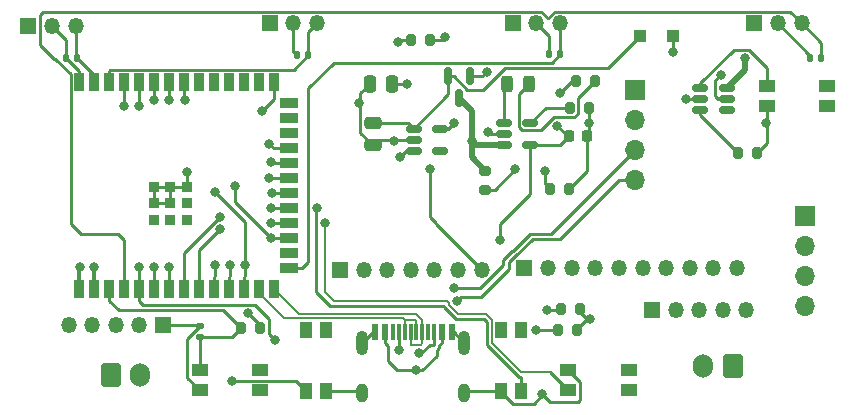
<source format=gbr>
%TF.GenerationSoftware,KiCad,Pcbnew,9.0.1*%
%TF.CreationDate,2025-04-13T07:36:32-05:00*%
%TF.ProjectId,LASK-V2-0,4c41534b-2d56-4322-9d30-2e6b69636164,rev?*%
%TF.SameCoordinates,Original*%
%TF.FileFunction,Copper,L1,Top*%
%TF.FilePolarity,Positive*%
%FSLAX46Y46*%
G04 Gerber Fmt 4.6, Leading zero omitted, Abs format (unit mm)*
G04 Created by KiCad (PCBNEW 9.0.1) date 2025-04-13 07:36:32*
%MOMM*%
%LPD*%
G01*
G04 APERTURE LIST*
G04 Aperture macros list*
%AMRoundRect*
0 Rectangle with rounded corners*
0 $1 Rounding radius*
0 $2 $3 $4 $5 $6 $7 $8 $9 X,Y pos of 4 corners*
0 Add a 4 corners polygon primitive as box body*
4,1,4,$2,$3,$4,$5,$6,$7,$8,$9,$2,$3,0*
0 Add four circle primitives for the rounded corners*
1,1,$1+$1,$2,$3*
1,1,$1+$1,$4,$5*
1,1,$1+$1,$6,$7*
1,1,$1+$1,$8,$9*
0 Add four rect primitives between the rounded corners*
20,1,$1+$1,$2,$3,$4,$5,0*
20,1,$1+$1,$4,$5,$6,$7,0*
20,1,$1+$1,$6,$7,$8,$9,0*
20,1,$1+$1,$8,$9,$2,$3,0*%
G04 Aperture macros list end*
%TA.AperFunction,SMDPad,CuDef*%
%ADD10RoundRect,0.140000X-0.140000X-0.170000X0.140000X-0.170000X0.140000X0.170000X-0.140000X0.170000X0*%
%TD*%
%TA.AperFunction,SMDPad,CuDef*%
%ADD11RoundRect,0.200000X-0.200000X-0.275000X0.200000X-0.275000X0.200000X0.275000X-0.200000X0.275000X0*%
%TD*%
%TA.AperFunction,SMDPad,CuDef*%
%ADD12RoundRect,0.250000X-0.475000X0.250000X-0.475000X-0.250000X0.475000X-0.250000X0.475000X0.250000X0*%
%TD*%
%TA.AperFunction,SMDPad,CuDef*%
%ADD13RoundRect,0.200000X0.200000X0.275000X-0.200000X0.275000X-0.200000X-0.275000X0.200000X-0.275000X0*%
%TD*%
%TA.AperFunction,SMDPad,CuDef*%
%ADD14RoundRect,0.150000X-0.150000X0.587500X-0.150000X-0.587500X0.150000X-0.587500X0.150000X0.587500X0*%
%TD*%
%TA.AperFunction,SMDPad,CuDef*%
%ADD15RoundRect,0.150000X-0.512500X-0.150000X0.512500X-0.150000X0.512500X0.150000X-0.512500X0.150000X0*%
%TD*%
%TA.AperFunction,ComponentPad*%
%ADD16R,1.700000X1.700000*%
%TD*%
%TA.AperFunction,ComponentPad*%
%ADD17O,1.700000X1.700000*%
%TD*%
%TA.AperFunction,ComponentPad*%
%ADD18R,1.350000X1.350000*%
%TD*%
%TA.AperFunction,ComponentPad*%
%ADD19O,1.350000X1.350000*%
%TD*%
%TA.AperFunction,SMDPad,CuDef*%
%ADD20R,1.450000X1.000000*%
%TD*%
%TA.AperFunction,SMDPad,CuDef*%
%ADD21RoundRect,0.225000X0.225000X0.250000X-0.225000X0.250000X-0.225000X-0.250000X0.225000X-0.250000X0*%
%TD*%
%TA.AperFunction,SMDPad,CuDef*%
%ADD22RoundRect,0.140000X-0.170000X0.140000X-0.170000X-0.140000X0.170000X-0.140000X0.170000X0.140000X0*%
%TD*%
%TA.AperFunction,SMDPad,CuDef*%
%ADD23RoundRect,0.250000X-0.300000X-0.300000X0.300000X-0.300000X0.300000X0.300000X-0.300000X0.300000X0*%
%TD*%
%TA.AperFunction,SMDPad,CuDef*%
%ADD24RoundRect,0.200000X-0.275000X0.200000X-0.275000X-0.200000X0.275000X-0.200000X0.275000X0.200000X0*%
%TD*%
%TA.AperFunction,ComponentPad*%
%ADD25RoundRect,0.250000X0.600000X0.750000X-0.600000X0.750000X-0.600000X-0.750000X0.600000X-0.750000X0*%
%TD*%
%TA.AperFunction,ComponentPad*%
%ADD26O,1.700000X2.000000*%
%TD*%
%TA.AperFunction,SMDPad,CuDef*%
%ADD27R,0.812800X1.498600*%
%TD*%
%TA.AperFunction,SMDPad,CuDef*%
%ADD28R,1.498600X0.812800*%
%TD*%
%TA.AperFunction,SMDPad,CuDef*%
%ADD29R,0.889000X0.889000*%
%TD*%
%TA.AperFunction,ComponentPad*%
%ADD30RoundRect,0.250000X-0.600000X-0.750000X0.600000X-0.750000X0.600000X0.750000X-0.600000X0.750000X0*%
%TD*%
%TA.AperFunction,SMDPad,CuDef*%
%ADD31R,1.000000X1.450000*%
%TD*%
%TA.AperFunction,SMDPad,CuDef*%
%ADD32RoundRect,0.243750X-0.243750X-0.456250X0.243750X-0.456250X0.243750X0.456250X-0.243750X0.456250X0*%
%TD*%
%TA.AperFunction,SMDPad,CuDef*%
%ADD33R,0.600000X1.450000*%
%TD*%
%TA.AperFunction,SMDPad,CuDef*%
%ADD34R,0.300000X1.450000*%
%TD*%
%TA.AperFunction,ComponentPad*%
%ADD35O,1.000000X2.100000*%
%TD*%
%TA.AperFunction,ComponentPad*%
%ADD36O,1.000000X1.600000*%
%TD*%
%TA.AperFunction,SMDPad,CuDef*%
%ADD37RoundRect,0.250000X0.250000X0.475000X-0.250000X0.475000X-0.250000X-0.475000X0.250000X-0.475000X0*%
%TD*%
%TA.AperFunction,ViaPad*%
%ADD38C,0.800000*%
%TD*%
%TA.AperFunction,Conductor*%
%ADD39C,0.250000*%
%TD*%
%TA.AperFunction,Conductor*%
%ADD40C,0.350000*%
%TD*%
%TA.AperFunction,Conductor*%
%ADD41C,0.500000*%
%TD*%
%TA.AperFunction,Conductor*%
%ADD42C,0.200000*%
%TD*%
G04 APERTURE END LIST*
D10*
%TO.P,C2,1*%
%TO.N,GND*%
X122484000Y-71120000D03*
%TO.P,C2,2*%
%TO.N,hall_0*%
X123444000Y-71120000D03*
%TD*%
D11*
%TO.P,R4,1*%
%TO.N,Net-(U4-PROG)*%
X165101000Y-75311000D03*
%TO.P,R4,2*%
%TO.N,GND*%
X166751000Y-75311000D03*
%TD*%
D12*
%TO.P,C6,1*%
%TO.N,VIN*%
X148452000Y-76581000D03*
%TO.P,C6,2*%
%TO.N,GND*%
X148452000Y-78481000D03*
%TD*%
D13*
%TO.P,R9,1*%
%TO.N,VBUS*%
X153289000Y-69596000D03*
%TO.P,R9,2*%
%TO.N,GND*%
X151639000Y-69596000D03*
%TD*%
D14*
%TO.P,Q2,1,G*%
%TO.N,VBUS*%
X156713000Y-72644000D03*
%TO.P,Q2,2,S*%
%TO.N,VIN*%
X154813000Y-72644000D03*
%TO.P,Q2,3,D*%
%TO.N,VBAT*%
X155763000Y-74519000D03*
%TD*%
D15*
%TO.P,U4,1,~{CHRG}*%
%TO.N,Net-(D2-K)*%
X159523000Y-76586000D03*
%TO.P,U4,2,GND*%
%TO.N,GND*%
X159523000Y-77536000D03*
%TO.P,U4,3,BAT*%
%TO.N,VBAT*%
X159523000Y-78486000D03*
%TO.P,U4,4,V_{CC}*%
%TO.N,VBUS*%
X161798000Y-78486000D03*
%TO.P,U4,5,PROG*%
%TO.N,Net-(U4-PROG)*%
X161798000Y-76586000D03*
%TD*%
D16*
%TO.P,J9,1,Pin_1*%
%TO.N,GND*%
X170688000Y-73787000D03*
D17*
%TO.P,J9,2,Pin_2*%
%TO.N,+3V3*%
X170688000Y-76327000D03*
%TO.P,J9,3,Pin_3*%
%TO.N,SCL*%
X170688000Y-78867000D03*
%TO.P,J9,4,Pin_4*%
%TO.N,SDA*%
X170688000Y-81407000D03*
%TD*%
D18*
%TO.P,J3,1,Pin_1*%
%TO.N,GND*%
X161290000Y-88900000D03*
D19*
%TO.P,J3,2,Pin_2*%
%TO.N,+3V3*%
X163290000Y-88900000D03*
%TO.P,J3,3,Pin_3*%
%TO.N,GP13*%
X165290000Y-88900000D03*
%TO.P,J3,4,Pin_4*%
%TO.N,GP14*%
X167290000Y-88900000D03*
%TO.P,J3,5,Pin_5*%
%TO.N,GP21*%
X169290000Y-88900000D03*
%TO.P,J3,6,Pin_6*%
%TO.N,GP33*%
X171290000Y-88900000D03*
%TO.P,J3,7,Pin_7*%
%TO.N,GP34*%
X173290000Y-88900000D03*
%TO.P,J3,8,Pin_8*%
%TO.N,GP42*%
X175290000Y-88900000D03*
%TO.P,J3,9,Pin_9*%
%TO.N,RX*%
X177290000Y-88900000D03*
%TO.P,J3,10,Pin_10*%
%TO.N,TX*%
X179290000Y-88900000D03*
%TD*%
D20*
%TO.P,SW_PWR1,1,1*%
%TO.N,GND*%
X181794000Y-75184000D03*
%TO.P,SW_PWR1,2,2*%
%TO.N,Net-(MAX1-In)*%
X181794000Y-73484000D03*
%TO.P,SW_PWR1,3*%
%TO.N,N/C*%
X186944000Y-75184000D03*
%TO.P,SW_PWR1,4*%
X186944000Y-73484000D03*
%TD*%
D18*
%TO.P,H2,1,VCC*%
%TO.N,+3V3*%
X139732000Y-68167600D03*
D19*
%TO.P,H2,2,GND*%
%TO.N,GND*%
X141732000Y-68167600D03*
%TO.P,H2,3,VOUT*%
%TO.N,hall_1*%
X143732000Y-68167600D03*
%TD*%
D21*
%TO.P,C8,1*%
%TO.N,GND*%
X166624000Y-77729000D03*
%TO.P,C8,2*%
%TO.N,VBUS*%
X165074000Y-77729000D03*
%TD*%
D15*
%TO.P,U3,1,IN*%
%TO.N,VIN*%
X151903000Y-77094000D03*
%TO.P,U3,2,GND*%
%TO.N,GND*%
X151903000Y-78044000D03*
%TO.P,U3,3,EN*%
%TO.N,LDO_EN*%
X151903000Y-78994000D03*
%TO.P,U3,4,NC*%
%TO.N,unconnected-(U3-NC-Pad4)*%
X154178000Y-78994000D03*
%TO.P,U3,5,OUT*%
%TO.N,+3V3*%
X154178000Y-77094000D03*
%TD*%
D11*
%TO.P,R3,1*%
%TO.N,Net-(MAX1-CLEAR)*%
X179325000Y-79121000D03*
%TO.P,R3,2*%
%TO.N,GND*%
X180975000Y-79121000D03*
%TD*%
%TO.P,R2,1*%
%TO.N,Net-(J4-CC1)*%
X164085000Y-94107000D03*
%TO.P,R2,2*%
%TO.N,GND*%
X165735000Y-94107000D03*
%TD*%
%TO.P,R8,1*%
%TO.N,Net-(JP1-A)*%
X163450000Y-82169000D03*
%TO.P,R8,2*%
%TO.N,GND*%
X165100000Y-82169000D03*
%TD*%
D10*
%TO.P,C4,1*%
%TO.N,GND*%
X142042000Y-70866000D03*
%TO.P,C4,2*%
%TO.N,hall_1*%
X143002000Y-70866000D03*
%TD*%
D22*
%TO.P,C5,1*%
%TO.N,GND*%
X133858000Y-93782000D03*
%TO.P,C5,2*%
%TO.N,EN*%
X133858000Y-94742000D03*
%TD*%
D10*
%TO.P,C3,1*%
%TO.N,GND*%
X185476000Y-71120000D03*
%TO.P,C3,2*%
%TO.N,hall_3*%
X186436000Y-71120000D03*
%TD*%
D23*
%TO.P,D1,1,K*%
%TO.N,VIN*%
X171087000Y-69215000D03*
%TO.P,D1,2,A*%
%TO.N,VBUS*%
X173887000Y-69215000D03*
%TD*%
D18*
%TO.P,Joystick1,1,Pin_1*%
%TO.N,GND*%
X172085000Y-92456000D03*
D19*
%TO.P,Joystick1,2,Pin_2*%
%TO.N,+3V3*%
X174085000Y-92456000D03*
%TO.P,Joystick1,3,Pin_3*%
%TO.N,JX*%
X176085000Y-92456000D03*
%TO.P,Joystick1,4,Pin_4*%
%TO.N,JY*%
X178085000Y-92456000D03*
%TO.P,Joystick1,5,Pin_5*%
%TO.N,JSW*%
X180085000Y-92456000D03*
%TD*%
D18*
%TO.P,H4,1,VCC*%
%TO.N,+3V3*%
X180753000Y-68167600D03*
D19*
%TO.P,H4,2,GND*%
%TO.N,GND*%
X182753000Y-68167600D03*
%TO.P,H4,3,VOUT*%
%TO.N,hall_3*%
X184753000Y-68167600D03*
%TD*%
D11*
%TO.P,R1,1*%
%TO.N,Net-(J4-CC2)*%
X164339000Y-92329000D03*
%TO.P,R1,2*%
%TO.N,GND*%
X165989000Y-92329000D03*
%TD*%
D18*
%TO.P,J6,1,Pin_1*%
%TO.N,GND*%
X145669000Y-89027000D03*
D19*
%TO.P,J6,2,Pin_2*%
%TO.N,+3V3*%
X147669000Y-89027000D03*
%TO.P,J6,3,Pin_3*%
%TO.N,GP15*%
X149669000Y-89027000D03*
%TO.P,J6,4,Pin_4*%
%TO.N,GP16*%
X151669000Y-89027000D03*
%TO.P,J6,5,Pin_5*%
%TO.N,GP17*%
X153669000Y-89027000D03*
%TO.P,J6,6,Pin_6*%
%TO.N,GP18*%
X155669000Y-89027000D03*
%TO.P,J6,7,Pin_7*%
%TO.N,ADC_BAT*%
X157669000Y-89027000D03*
%TD*%
D20*
%TO.P,SW_SEL1,1,1*%
%TO.N,b_select*%
X164973000Y-99187000D03*
%TO.P,SW_SEL1,2,2*%
%TO.N,GND*%
X164973000Y-97487000D03*
%TO.P,SW_SEL1,3*%
%TO.N,N/C*%
X170123000Y-99187000D03*
%TO.P,SW_SEL1,4*%
X170123000Y-97487000D03*
%TD*%
D24*
%TO.P,R7,1*%
%TO.N,VBAT*%
X157988000Y-80645000D03*
%TO.P,R7,2*%
%TO.N,Net-(JP1-A)*%
X157988000Y-82295000D03*
%TD*%
D25*
%TO.P,BattExtLTC4054,1*%
%TO.N,VBAT*%
X178923000Y-97201000D03*
D26*
%TO.P,BattExtLTC4054,2*%
%TO.N,GND*%
X176423000Y-97201000D03*
%TD*%
D27*
%TO.P,U2,1,GND*%
%TO.N,GND*%
X123591000Y-90665000D03*
%TO.P,U2,2,3V3*%
%TO.N,+3V3*%
X124861000Y-90665000D03*
%TO.P,U2,3,EN*%
%TO.N,EN*%
X126131000Y-90665000D03*
%TO.P,U2,4,IO4*%
%TO.N,hall_3*%
X127401000Y-90665000D03*
%TO.P,U2,5,IO5*%
%TO.N,JX*%
X128671000Y-90665000D03*
%TO.P,U2,6,IO6*%
%TO.N,JY*%
X129941000Y-90665000D03*
%TO.P,U2,7,IO7*%
%TO.N,JSW*%
X131211000Y-90665000D03*
%TO.P,U2,8,IO15*%
%TO.N,GP15*%
X132481000Y-90665000D03*
%TO.P,U2,9,IO16*%
%TO.N,GP16*%
X133751000Y-90665000D03*
%TO.P,U2,10,IO17*%
%TO.N,GP17*%
X135021000Y-90665000D03*
%TO.P,U2,11,IO18*%
%TO.N,GP18*%
X136291000Y-90665000D03*
%TO.P,U2,12,IO8*%
%TO.N,SDA*%
X137561000Y-90665000D03*
%TO.P,U2,13,IO19*%
%TO.N,D-*%
X138831000Y-90665000D03*
%TO.P,U2,14,IO20*%
%TO.N,D+*%
X140101000Y-90665000D03*
D28*
%TO.P,U2,15,IO3*%
%TO.N,hall_2*%
X141351000Y-88900000D03*
%TO.P,U2,16,IO46*%
%TO.N,unconnected-(U2-IO46-Pad16)*%
X141351000Y-87630000D03*
%TO.P,U2,17,IO9*%
%TO.N,SCL*%
X141351000Y-86360000D03*
%TO.P,U2,18,IO10*%
%TO.N,b_select*%
X141351000Y-85090000D03*
%TO.P,U2,19,IO11*%
%TO.N,b_start*%
X141351000Y-83820000D03*
%TO.P,U2,20,IO12*%
%TO.N,ADC_BAT*%
X141351000Y-82550000D03*
%TO.P,U2,21,IO13*%
%TO.N,GP13*%
X141351000Y-81280000D03*
%TO.P,U2,22,IO14*%
%TO.N,GP14*%
X141351000Y-80010000D03*
%TO.P,U2,23,IO21*%
%TO.N,GP21*%
X141351000Y-78740000D03*
%TO.P,U2,24,IO47*%
%TO.N,unconnected-(U2-IO47-Pad24)*%
X141351000Y-77470000D03*
%TO.P,U2,25,IO48*%
%TO.N,unconnected-(U2-IO48-Pad25)*%
X141351000Y-76200000D03*
%TO.P,U2,26,IO45*%
%TO.N,unconnected-(U2-IO45-Pad26)*%
X141351000Y-74930000D03*
D27*
%TO.P,U2,27,IO0*%
%TO.N,100*%
X140101000Y-73165000D03*
%TO.P,U2,28,IO35*%
%TO.N,unconnected-(U2-IO35-Pad28)*%
X138831000Y-73165000D03*
%TO.P,U2,29,IO36*%
%TO.N,unconnected-(U2-IO36-Pad29)*%
X137561000Y-73165000D03*
%TO.P,U2,30,IO37*%
%TO.N,unconnected-(U2-IO37-Pad30)*%
X136291000Y-73165000D03*
%TO.P,U2,31,IO38*%
%TO.N,unconnected-(U2-IO38-Pad31)*%
X135021000Y-73165000D03*
%TO.P,U2,32,IO39*%
%TO.N,unconnected-(U2-IO39-Pad32)*%
X133751000Y-73165000D03*
%TO.P,U2,33,IO40*%
%TO.N,GP33*%
X132481000Y-73165000D03*
%TO.P,U2,34,IO41*%
%TO.N,GP34*%
X131211000Y-73165000D03*
%TO.P,U2,35,IO42*%
%TO.N,GP42*%
X129941000Y-73165000D03*
%TO.P,U2,36,RXD0*%
%TO.N,RX*%
X128671000Y-73165000D03*
%TO.P,U2,37,TXD0*%
%TO.N,TX*%
X127401000Y-73165000D03*
%TO.P,U2,38,IO2*%
%TO.N,hall_1*%
X126131000Y-73165000D03*
%TO.P,U2,39,IO1*%
%TO.N,hall_0*%
X124861000Y-73165000D03*
%TO.P,U2,40,GND*%
%TO.N,GND*%
X123591000Y-73165000D03*
D29*
%TO.P,U2,41,GND*%
X131311000Y-83415000D03*
%TO.P,U2,42*%
%TO.N,N/C*%
X129911000Y-84815000D03*
%TO.P,U2,43*%
X131311000Y-84815000D03*
%TO.P,U2,44*%
X132711000Y-84815000D03*
%TO.P,U2,45*%
X132711000Y-83415000D03*
%TO.P,U2,46,GND*%
%TO.N,GND*%
X132711000Y-82015000D03*
%TO.P,U2,47,GND*%
X131311000Y-82015000D03*
%TO.P,U2,48,GND*%
X129911000Y-82015000D03*
%TO.P,U2,49,GND*%
X129911000Y-83415000D03*
%TD*%
D30*
%TO.P,J2,1*%
%TO.N,VBAT*%
X126278000Y-97917000D03*
D26*
%TO.P,J2,2*%
%TO.N,GND*%
X128778000Y-97917000D03*
%TD*%
D18*
%TO.P,Joystick2,1,Pin_1*%
%TO.N,GND*%
X130683000Y-93726000D03*
D19*
%TO.P,Joystick2,2,Pin_2*%
%TO.N,+3V3*%
X128683000Y-93726000D03*
%TO.P,Joystick2,3,Pin_3*%
%TO.N,JX*%
X126683000Y-93726000D03*
%TO.P,Joystick2,4,Pin_4*%
%TO.N,JY*%
X124683000Y-93726000D03*
%TO.P,Joystick2,5,Pin_5*%
%TO.N,JSW*%
X122683000Y-93726000D03*
%TD*%
D31*
%TO.P,SW_RST1,1,1*%
%TO.N,GND*%
X144526000Y-99314000D03*
%TO.P,SW_RST1,2,2*%
%TO.N,100*%
X142826000Y-99314000D03*
%TO.P,SW_RST1,3*%
%TO.N,N/C*%
X144526000Y-94164000D03*
%TO.P,SW_RST1,4*%
X142826000Y-94164000D03*
%TD*%
D13*
%TO.P,R6,1*%
%TO.N,+3V3*%
X138937000Y-93980000D03*
%TO.P,R6,2*%
%TO.N,EN*%
X137287000Y-93980000D03*
%TD*%
D32*
%TO.P,D2,1,K*%
%TO.N,Net-(D2-K)*%
X159796000Y-73279000D03*
%TO.P,D2,2,A*%
%TO.N,Net-(D2-A)*%
X161671000Y-73279000D03*
%TD*%
D20*
%TO.P,SW_BOOT1,1,1*%
%TO.N,GND*%
X133788000Y-99236000D03*
%TO.P,SW_BOOT1,2,2*%
%TO.N,EN*%
X133788000Y-97536000D03*
%TO.P,SW_BOOT1,3*%
%TO.N,N/C*%
X138938000Y-99236000D03*
%TO.P,SW_BOOT1,4*%
X138938000Y-97536000D03*
%TD*%
D33*
%TO.P,J4,A1,GND*%
%TO.N,GND*%
X148640000Y-94335000D03*
%TO.P,J4,A4,VBUS*%
%TO.N,VBUS*%
X149440000Y-94335000D03*
D34*
%TO.P,J4,A5,CC1*%
%TO.N,Net-(J4-CC1)*%
X150640000Y-94335000D03*
%TO.P,J4,A6,D+*%
%TO.N,D+*%
X151640000Y-94335000D03*
%TO.P,J4,A7,D-*%
%TO.N,D-*%
X152140000Y-94335000D03*
%TO.P,J4,A8,SBU1*%
%TO.N,unconnected-(J4-SBU1-PadA8)*%
X153140000Y-94335000D03*
D33*
%TO.P,J4,A9,VBUS*%
%TO.N,VBUS*%
X154340000Y-94335000D03*
%TO.P,J4,A12,GND*%
%TO.N,GND*%
X155140000Y-94335000D03*
%TO.P,J4,B1,GND*%
X155140000Y-94335000D03*
%TO.P,J4,B4,VBUS*%
%TO.N,VBUS*%
X154340000Y-94335000D03*
D34*
%TO.P,J4,B5,CC2*%
%TO.N,Net-(J4-CC2)*%
X153640000Y-94335000D03*
%TO.P,J4,B6,D+*%
%TO.N,D+*%
X152640000Y-94335000D03*
%TO.P,J4,B7,D-*%
%TO.N,D-*%
X151140000Y-94335000D03*
%TO.P,J4,B8,SBU2*%
%TO.N,unconnected-(J4-SBU2-PadB8)*%
X150140000Y-94335000D03*
D33*
%TO.P,J4,B9,VBUS*%
%TO.N,VBUS*%
X149440000Y-94335000D03*
%TO.P,J4,B12,GND*%
%TO.N,GND*%
X148640000Y-94335000D03*
D35*
%TO.P,J4,S1,SHIELD*%
X147570000Y-95250000D03*
D36*
X147570000Y-99430000D03*
D35*
X156210000Y-95250000D03*
D36*
X156210000Y-99430000D03*
%TD*%
D11*
%TO.P,R5,1*%
%TO.N,VBUS*%
X165609000Y-73025000D03*
%TO.P,R5,2*%
%TO.N,Net-(D2-A)*%
X167259000Y-73025000D03*
%TD*%
D37*
%TO.P,C7,1*%
%TO.N,+3V3*%
X150109000Y-73279000D03*
%TO.P,C7,2*%
%TO.N,GND*%
X148209000Y-73279000D03*
%TD*%
D10*
%TO.P,C1,1*%
%TO.N,GND*%
X163378000Y-70739000D03*
%TO.P,C1,2*%
%TO.N,hall_2*%
X164338000Y-70739000D03*
%TD*%
D18*
%TO.P,H1,1,VCC*%
%TO.N,+3V3*%
X119285000Y-68398600D03*
D19*
%TO.P,H1,2,GND*%
%TO.N,GND*%
X121285000Y-68398600D03*
%TO.P,H1,3,VOUT*%
%TO.N,hall_0*%
X123285000Y-68398600D03*
%TD*%
D18*
%TO.P,H3,1,VCC*%
%TO.N,+3V3*%
X160306000Y-68167600D03*
D19*
%TO.P,H3,2,GND*%
%TO.N,GND*%
X162306000Y-68167600D03*
%TO.P,H3,3,VOUT*%
%TO.N,hall_2*%
X164306000Y-68167600D03*
%TD*%
D16*
%TO.P,J1,1,Pin_1*%
%TO.N,GND*%
X185039000Y-84455000D03*
D17*
%TO.P,J1,2,Pin_2*%
%TO.N,+3V3*%
X185039000Y-86995000D03*
%TO.P,J1,3,Pin_3*%
%TO.N,SCL*%
X185039000Y-89535000D03*
%TO.P,J1,4,Pin_4*%
%TO.N,SDA*%
X185039000Y-92075000D03*
%TD*%
D15*
%TO.P,MAX1,1,In*%
%TO.N,Net-(MAX1-In)*%
X176160000Y-73599000D03*
%TO.P,MAX1,2,GND*%
%TO.N,GND*%
X176160000Y-74549000D03*
%TO.P,MAX1,3,CLEAR*%
%TO.N,Net-(MAX1-CLEAR)*%
X176160000Y-75499000D03*
%TO.P,MAX1,4,OU*%
%TO.N,unconnected-(MAX1-OU-Pad4)*%
X178435000Y-75499000D03*
%TO.P,MAX1,5,OUT*%
%TO.N,LDO_EN*%
X178435000Y-74549000D03*
%TO.P,MAX1,6,Vcc*%
%TO.N,VBAT*%
X178435000Y-73599000D03*
%TD*%
D31*
%TO.P,SW_M1,1,1*%
%TO.N,b_start*%
X161036000Y-99314000D03*
%TO.P,SW_M1,2,2*%
%TO.N,GND*%
X159336000Y-99314000D03*
%TO.P,SW_M1,3*%
%TO.N,N/C*%
X161036000Y-94164000D03*
%TO.P,SW_M1,4*%
X159336000Y-94164000D03*
%TD*%
D38*
%TO.N,GND*%
X166751000Y-76581000D03*
X175006000Y-74549000D03*
X147320000Y-74930000D03*
X181737000Y-76581000D03*
X162814000Y-99568000D03*
X132715000Y-80772000D03*
X150241000Y-78105000D03*
X150622000Y-69723000D03*
X166878000Y-93218000D03*
X158242000Y-77343000D03*
X123698000Y-88773000D03*
%TO.N,+3V3*%
X155321000Y-76581000D03*
X151384000Y-73279000D03*
X137922000Y-92710000D03*
X124841000Y-88773000D03*
%TO.N,SCL*%
X136779000Y-81915000D03*
X155321000Y-90551000D03*
X139827000Y-86360000D03*
%TO.N,SDA*%
X137668000Y-88646000D03*
X155565714Y-91687500D03*
X135128000Y-82423000D03*
%TO.N,JX*%
X140208000Y-94996000D03*
X128651000Y-88773000D03*
%TO.N,JY*%
X129921000Y-88773000D03*
%TO.N,JSW*%
X131191000Y-88773000D03*
%TO.N,b_start*%
X139827000Y-83820000D03*
X143764000Y-83820000D03*
%TO.N,GP14*%
X139827000Y-79883000D03*
%TO.N,GP15*%
X135509000Y-84582000D03*
%TO.N,GP16*%
X135509000Y-85598000D03*
%TO.N,VBAT*%
X179959000Y-71120000D03*
X156845000Y-78105000D03*
%TO.N,VBUS*%
X152069800Y-97536000D03*
X159258000Y-86487000D03*
X173863000Y-70612000D03*
X154559000Y-69342000D03*
X164084000Y-76835000D03*
X158115000Y-72263000D03*
X164338000Y-74041000D03*
%TO.N,b_select*%
X144399000Y-85090000D03*
X139827000Y-85090000D03*
%TO.N,Net-(JP1-A)*%
X160528000Y-80518000D03*
X163068000Y-80645000D03*
%TO.N,LDO_EN*%
X177927000Y-72517000D03*
X150749000Y-79502000D03*
%TO.N,ADC_BAT*%
X153289000Y-80518000D03*
X139954000Y-82550000D03*
%TO.N,100*%
X139065000Y-75565000D03*
X136525000Y-98425000D03*
%TO.N,GP13*%
X139700000Y-81280000D03*
%TO.N,GP17*%
X135128000Y-88646000D03*
%TO.N,GP18*%
X136398000Y-88646000D03*
%TO.N,GP21*%
X139700000Y-78359000D03*
%TO.N,GP34*%
X131191000Y-74676000D03*
%TO.N,GP33*%
X132588000Y-74676000D03*
%TO.N,TX*%
X127381000Y-75184000D03*
%TO.N,RX*%
X128651000Y-75184000D03*
%TO.N,GP42*%
X129921000Y-74676000D03*
%TO.N,Net-(J4-CC1)*%
X162306000Y-94107000D03*
X150640000Y-95834200D03*
%TO.N,Net-(J4-CC2)*%
X152349200Y-96088200D03*
X163195000Y-92456000D03*
%TD*%
D39*
%TO.N,hall_2*%
X143002000Y-88392000D02*
X142494000Y-88900000D01*
X163583609Y-71501000D02*
X145122900Y-71501000D01*
X143002000Y-73621900D02*
X143002000Y-88392000D01*
X164306000Y-70707000D02*
X164338000Y-70739000D01*
X164338000Y-70739000D02*
X164338000Y-70746609D01*
X142494000Y-88900000D02*
X141351000Y-88900000D01*
X164338000Y-70746609D02*
X163583609Y-71501000D01*
X164306000Y-68167600D02*
X164306000Y-70707000D01*
X145122900Y-71501000D02*
X143002000Y-73621900D01*
%TO.N,hall_0*%
X123285000Y-70961000D02*
X123444000Y-71120000D01*
X123444000Y-71120000D02*
X124861000Y-72537000D01*
X124861000Y-72537000D02*
X124861000Y-73165000D01*
X123285000Y-68398600D02*
X123285000Y-70961000D01*
%TO.N,hall_3*%
X121468503Y-71167888D02*
X121564279Y-71167888D01*
X163306000Y-67753386D02*
X162720214Y-67167600D01*
X120285000Y-67421000D02*
X120285000Y-69984386D01*
X184753000Y-68167600D02*
X183753000Y-67167600D01*
X122859600Y-72463209D02*
X122859600Y-85124300D01*
X120285000Y-69984386D02*
X121468503Y-71167888D01*
X184753000Y-68167600D02*
X186436000Y-69850600D01*
X122859600Y-85124300D02*
X123714300Y-85979000D01*
X120538400Y-67167600D02*
X120285000Y-67421000D01*
X126873000Y-85979000D02*
X127401000Y-86507000D01*
X162720214Y-67167600D02*
X120538400Y-67167600D01*
X127401000Y-86507000D02*
X127401000Y-90665000D01*
X121564279Y-71167888D02*
X122859600Y-72463209D01*
X186436000Y-69850600D02*
X186436000Y-71120000D01*
X123714300Y-85979000D02*
X126873000Y-85979000D01*
X183753000Y-67167600D02*
X163891786Y-67167600D01*
X163891786Y-67167600D02*
X163306000Y-67753386D01*
%TO.N,hall_1*%
X143002000Y-70866000D02*
X143002000Y-70873609D01*
X126206000Y-72090700D02*
X126131000Y-72165700D01*
X143002000Y-68897600D02*
X143732000Y-68167600D01*
X143002000Y-70866000D02*
X143002000Y-68897600D01*
X143002000Y-70873609D02*
X141784909Y-72090700D01*
X141784909Y-72090700D02*
X126206000Y-72090700D01*
X126131000Y-72165700D02*
X126131000Y-73165000D01*
%TO.N,GND*%
X159523000Y-77536000D02*
X158435000Y-77536000D01*
X147402000Y-74848000D02*
X147402000Y-74086000D01*
X164973000Y-97487000D02*
X166023000Y-98537000D01*
X162814000Y-99646000D02*
X162814000Y-99568000D01*
X151639000Y-69596000D02*
X150622000Y-69596000D01*
X132711000Y-82015000D02*
X132715000Y-80772000D01*
X131311000Y-83415000D02*
X131311000Y-82015000D01*
X160308000Y-100364000D02*
X162096000Y-100364000D01*
X123591000Y-72234609D02*
X122484000Y-71127609D01*
X163378000Y-69239600D02*
X162306000Y-68167600D01*
X150241000Y-78105000D02*
X150180000Y-78044000D01*
X129911000Y-82015000D02*
X132711000Y-82015000D01*
X162814000Y-99568000D02*
X162892000Y-99568000D01*
X166023000Y-100042000D02*
X165862000Y-100203000D01*
X156270000Y-99314000D02*
X156181000Y-99403000D01*
X150180000Y-78044000D02*
X148889000Y-78044000D01*
X166624000Y-93218000D02*
X166878000Y-93218000D01*
X166751000Y-77602000D02*
X166624000Y-77729000D01*
X150622000Y-69596000D02*
X150622000Y-69596000D01*
X132738000Y-98186000D02*
X133788000Y-99236000D01*
X159336000Y-99314000D02*
X156270000Y-99314000D01*
X129911000Y-83415000D02*
X129911000Y-82015000D01*
X181794000Y-76638000D02*
X181794000Y-78302000D01*
X147402000Y-77431000D02*
X147402000Y-75012000D01*
X133850391Y-93782000D02*
X132738000Y-94894391D01*
X185476000Y-70890600D02*
X182753000Y-68167600D01*
X166751000Y-75311000D02*
X166751000Y-76581000D01*
X150495000Y-69723000D02*
X150495000Y-69723000D01*
X155140000Y-94335000D02*
X155295000Y-94335000D01*
X159336000Y-99392000D02*
X160308000Y-100364000D01*
X123591000Y-73165000D02*
X123591000Y-72234609D01*
X151903000Y-78044000D02*
X150302000Y-78044000D01*
X142042000Y-70866000D02*
X141732000Y-70556000D01*
X150622000Y-69596000D02*
X150622000Y-69723000D01*
X133802000Y-93726000D02*
X133858000Y-93782000D01*
X158435000Y-77536000D02*
X158242000Y-77343000D01*
X163378000Y-70739000D02*
X163378000Y-69239600D01*
X165862000Y-92456000D02*
X166624000Y-93218000D01*
X166023000Y-98537000D02*
X166023000Y-100042000D01*
X148485000Y-94335000D02*
X147570000Y-95250000D01*
X166751000Y-76581000D02*
X166751000Y-77602000D01*
X155295000Y-94335000D02*
X156210000Y-95250000D01*
D40*
X123698000Y-88773000D02*
X123591000Y-88880000D01*
D39*
X148640000Y-94335000D02*
X148485000Y-94335000D01*
X147402000Y-74086000D02*
X148209000Y-73279000D01*
X181794000Y-75184000D02*
X181794000Y-76524000D01*
X176160000Y-74549000D02*
X175006000Y-74549000D01*
X122484000Y-69597600D02*
X121285000Y-68398600D01*
X166878000Y-93218000D02*
X166751000Y-93218000D01*
X130683000Y-93726000D02*
X133802000Y-93726000D01*
X122484000Y-71127609D02*
X122484000Y-71120000D01*
X163449000Y-100203000D02*
X162814000Y-99568000D01*
X166624000Y-80645000D02*
X166624000Y-77729000D01*
X185476000Y-71120000D02*
X185476000Y-70890600D01*
X148452000Y-78481000D02*
X147402000Y-77431000D01*
X144526000Y-99314000D02*
X147442000Y-99314000D01*
X166624000Y-93218000D02*
X165862000Y-93980000D01*
X181737000Y-76581000D02*
X181794000Y-76638000D01*
X175006000Y-74549000D02*
X174879000Y-74549000D01*
X133858000Y-93782000D02*
X133850391Y-93782000D01*
X132715000Y-80772000D02*
X132711000Y-80776000D01*
X165100000Y-82169000D02*
X166624000Y-80645000D01*
X150302000Y-78044000D02*
X150241000Y-78105000D01*
X131311000Y-83415000D02*
X129911000Y-83415000D01*
D40*
X123591000Y-88880000D02*
X123591000Y-90665000D01*
D39*
X148889000Y-78044000D02*
X148452000Y-78481000D01*
X181794000Y-78302000D02*
X180975000Y-79121000D01*
X181794000Y-76524000D02*
X181737000Y-76581000D01*
X165862000Y-100203000D02*
X163449000Y-100203000D01*
X132738000Y-94894391D02*
X132738000Y-98186000D01*
X147442000Y-99314000D02*
X147531000Y-99403000D01*
X162096000Y-100364000D02*
X162814000Y-99646000D01*
X159336000Y-99314000D02*
X159336000Y-99392000D01*
X122484000Y-71120000D02*
X122484000Y-69597600D01*
X147320000Y-74930000D02*
X147402000Y-74848000D01*
X147402000Y-75012000D02*
X147320000Y-74930000D01*
X150622000Y-69723000D02*
X150495000Y-69723000D01*
X141732000Y-70556000D02*
X141732000Y-68167600D01*
%TO.N,+3V3*%
X154808000Y-77094000D02*
X155321000Y-76581000D01*
X138937000Y-93980000D02*
X138937000Y-93725000D01*
D40*
X124841000Y-88773000D02*
X124841000Y-89535000D01*
D39*
X150109000Y-73279000D02*
X151384000Y-73279000D01*
D40*
X124841000Y-89535000D02*
X124861000Y-89555000D01*
D39*
X138937000Y-93725000D02*
X137922000Y-92710000D01*
X137922000Y-92710000D02*
X137795000Y-92583000D01*
D40*
X124861000Y-89555000D02*
X124861000Y-90665000D01*
D39*
X154178000Y-77094000D02*
X154808000Y-77094000D01*
%TO.N,SCL*%
X155118299Y-90602299D02*
X155269701Y-90602299D01*
X160267604Y-87450000D02*
X160327000Y-87450000D01*
X136779000Y-83312000D02*
X136779000Y-81915000D01*
X159512000Y-88598214D02*
X159512000Y-88205604D01*
X157507915Y-90602299D02*
X159512000Y-88598214D01*
X141351000Y-86360000D02*
X139827000Y-86360000D01*
X163576000Y-85979000D02*
X170688000Y-78867000D01*
X160327000Y-87450000D02*
X161798000Y-85979000D01*
X155269701Y-90602299D02*
X155321000Y-90551000D01*
X155321000Y-90551000D02*
X155372299Y-90602299D01*
X159512000Y-88205604D02*
X160267604Y-87450000D01*
X139827000Y-86360000D02*
X136779000Y-83312000D01*
X155372299Y-90602299D02*
X157507915Y-90602299D01*
X161798000Y-85979000D02*
X163576000Y-85979000D01*
%TO.N,SDA*%
X160513396Y-87900000D02*
X161984396Y-86429000D01*
X164269000Y-86429000D02*
X169291000Y-81407000D01*
X159962000Y-88958000D02*
X159962000Y-88392000D01*
X159962000Y-88392000D02*
X160454000Y-87900000D01*
X157607000Y-91313000D02*
X159962000Y-88958000D01*
X137561000Y-90665000D02*
X137668000Y-88646000D01*
X137668000Y-88646000D02*
X137561000Y-88666000D01*
X137668000Y-84963000D02*
X137668000Y-88646000D01*
X161984396Y-86429000D02*
X164269000Y-86429000D01*
X160454000Y-87900000D02*
X160513396Y-87900000D01*
X169291000Y-81407000D02*
X170688000Y-81407000D01*
X135128000Y-82423000D02*
X137668000Y-84963000D01*
X155565714Y-91687500D02*
X155940214Y-91313000D01*
X155940214Y-91313000D02*
X157607000Y-91313000D01*
%TO.N,JX*%
X139676000Y-94464000D02*
X139676000Y-93194000D01*
X128671000Y-90665000D02*
X128651000Y-88773000D01*
X139662000Y-94450000D02*
X139662000Y-93180000D01*
X139662000Y-93180000D02*
X139319000Y-92837000D01*
X138467000Y-91985000D02*
X128991700Y-91985000D01*
X128651000Y-88773000D02*
X128671000Y-88920000D01*
X128671000Y-91664300D02*
X128671000Y-90665000D01*
X140208000Y-94996000D02*
X139676000Y-94464000D01*
X128991700Y-91985000D02*
X128671000Y-91664300D01*
X140208000Y-94996000D02*
X139662000Y-94450000D01*
X139676000Y-93194000D02*
X138467000Y-91985000D01*
X139319000Y-92837000D02*
X139319000Y-92837000D01*
%TO.N,JY*%
X129941000Y-90665000D02*
X129941000Y-88920000D01*
X129921000Y-88773000D02*
X129921000Y-88900000D01*
X129941000Y-88920000D02*
X129921000Y-88773000D01*
%TO.N,JSW*%
X131191000Y-88773000D02*
X131211000Y-88920000D01*
X131211000Y-90665000D02*
X131191000Y-88773000D01*
%TO.N,b_start*%
X154440714Y-92119000D02*
X144824000Y-92119000D01*
X158111000Y-93459440D02*
X157851560Y-93200000D01*
X157851560Y-93200000D02*
X155487224Y-93200000D01*
X154440714Y-92153490D02*
X154440714Y-92119000D01*
X155487224Y-93200000D02*
X154440714Y-92153490D01*
X160833960Y-98088000D02*
X158111000Y-95365040D01*
X158111000Y-95365040D02*
X158111000Y-93459440D01*
X161036000Y-99314000D02*
X161036000Y-98088000D01*
X144824000Y-92119000D02*
X143637000Y-90932000D01*
X143637000Y-90932000D02*
X143637000Y-83947000D01*
X161036000Y-98088000D02*
X160833960Y-98088000D01*
X143637000Y-83947000D02*
X143764000Y-83820000D01*
X141351000Y-83820000D02*
X139827000Y-83820000D01*
%TO.N,GP14*%
X141351000Y-80010000D02*
X139954000Y-80010000D01*
X139954000Y-80010000D02*
X139827000Y-79883000D01*
%TO.N,GP15*%
X132461000Y-88773000D02*
X132461000Y-88900000D01*
X132481000Y-88920000D02*
X132461000Y-88773000D01*
X132481000Y-90665000D02*
X132481000Y-88920000D01*
X132461000Y-88773000D02*
X132461000Y-87620695D01*
X135499695Y-84582000D02*
X135509000Y-84582000D01*
X132461000Y-87620695D02*
X135499695Y-84582000D01*
%TO.N,GP16*%
X133751000Y-90665000D02*
X133751000Y-87356000D01*
X133751000Y-87356000D02*
X135509000Y-85598000D01*
D41*
%TO.N,VBAT*%
X156845000Y-79502000D02*
X157988000Y-80645000D01*
X157226000Y-78486000D02*
X159523000Y-78486000D01*
X156845000Y-78105000D02*
X157226000Y-78486000D01*
X156845000Y-78105000D02*
X156845000Y-75601000D01*
X179959000Y-72075000D02*
X178435000Y-73599000D01*
X179959000Y-71120000D02*
X179959000Y-72075000D01*
X156845000Y-78105000D02*
X156845000Y-79502000D01*
X156845000Y-75601000D02*
X155763000Y-74519000D01*
D39*
%TO.N,EN*%
X126922700Y-92456000D02*
X135763000Y-92456000D01*
X133788000Y-94812000D02*
X133858000Y-94742000D01*
X126131000Y-90665000D02*
X126131000Y-91664300D01*
X136525000Y-94742000D02*
X137287000Y-93980000D01*
X133858000Y-94742000D02*
X136525000Y-94742000D01*
X133788000Y-97536000D02*
X133788000Y-94812000D01*
X135763000Y-92456000D02*
X137287000Y-93980000D01*
X126131000Y-91664300D02*
X126922700Y-92456000D01*
%TO.N,VIN*%
X155303749Y-72644000D02*
X156446749Y-73787000D01*
X151390000Y-76581000D02*
X151903000Y-77094000D01*
X168351000Y-71951000D02*
X171087000Y-69215000D01*
X159619666Y-71951000D02*
X168351000Y-71951000D01*
X154813000Y-72644000D02*
X155303749Y-72644000D01*
X148452000Y-76581000D02*
X151390000Y-76581000D01*
X151903000Y-77094000D02*
X154813000Y-74184000D01*
X154813000Y-74184000D02*
X154813000Y-72644000D01*
X156446749Y-73787000D02*
X157783666Y-73787000D01*
X157783666Y-73787000D02*
X159619666Y-71951000D01*
%TO.N,VBUS*%
X150520400Y-97536000D02*
X149700000Y-96715600D01*
X161798000Y-82603538D02*
X161798000Y-78486000D01*
X164317000Y-78486000D02*
X165074000Y-77729000D01*
X149700000Y-96715600D02*
X149700000Y-95490051D01*
X154340000Y-95189600D02*
X154090000Y-95439600D01*
X154559000Y-69469000D02*
X154559000Y-69342000D01*
X153849521Y-96307327D02*
X152620848Y-97536000D01*
X165354000Y-73025000D02*
X164338000Y-74041000D01*
X164978000Y-77729000D02*
X164084000Y-76835000D01*
X159258000Y-85143538D02*
X161798000Y-82603538D01*
X154432000Y-69596000D02*
X154559000Y-69469000D01*
X153849521Y-95859600D02*
X153849521Y-96307327D01*
X153289000Y-69596000D02*
X154432000Y-69596000D01*
X154090000Y-95439600D02*
X154090000Y-95619121D01*
X161798000Y-78486000D02*
X164317000Y-78486000D01*
X149700000Y-95490051D02*
X149440000Y-95230051D01*
X159258000Y-86487000D02*
X159258000Y-85143538D01*
X152069800Y-97536000D02*
X150520400Y-97536000D01*
X157734000Y-72644000D02*
X158115000Y-72263000D01*
X154686000Y-69342000D02*
X154686000Y-69342000D01*
X154340000Y-94335000D02*
X154340000Y-95189600D01*
X152620848Y-97536000D02*
X152069800Y-97536000D01*
X156713000Y-72644000D02*
X157734000Y-72644000D01*
X149440000Y-95230051D02*
X149440000Y-94335000D01*
X154090000Y-95619121D02*
X153849521Y-95859600D01*
X165074000Y-77729000D02*
X164978000Y-77729000D01*
X173863000Y-70612000D02*
X173887000Y-70588000D01*
X154559000Y-69342000D02*
X154686000Y-69342000D01*
X173887000Y-69215000D02*
X173863000Y-70612000D01*
D42*
%TO.N,b_select*%
X145161000Y-91694000D02*
X154711400Y-91694000D01*
X154711400Y-91694000D02*
X154865714Y-91848314D01*
D39*
X141351000Y-85090000D02*
X139827000Y-85090000D01*
D42*
X144399000Y-90932000D02*
X145161000Y-91694000D01*
X158536000Y-93283400D02*
X158536000Y-95189000D01*
X158027600Y-92775000D02*
X158536000Y-93283400D01*
D39*
X164973000Y-99187000D02*
X163449000Y-97663000D01*
D42*
X154865714Y-91848314D02*
X154865714Y-91977450D01*
X161010000Y-97663000D02*
X163449000Y-97663000D01*
X154865714Y-91977450D02*
X155663264Y-92775000D01*
X158536000Y-95189000D02*
X161010000Y-97663000D01*
X144399000Y-85090000D02*
X144399000Y-90932000D01*
X155663264Y-92775000D02*
X158027600Y-92775000D01*
D39*
%TO.N,Net-(JP1-A)*%
X158751000Y-82295000D02*
X157988000Y-82295000D01*
X160528000Y-80518000D02*
X158751000Y-82295000D01*
X163068000Y-81787000D02*
X163450000Y-82169000D01*
X163068000Y-80645000D02*
X163068000Y-81787000D01*
%TO.N,Net-(D2-K)*%
X159523000Y-73552000D02*
X159796000Y-73279000D01*
X159523000Y-76586000D02*
X159523000Y-73552000D01*
%TO.N,Net-(D2-A)*%
X164384305Y-76110000D02*
X163783695Y-76110000D01*
X162682695Y-77211000D02*
X161088749Y-77211000D01*
X165518462Y-76111000D02*
X164385305Y-76111000D01*
X167259000Y-73025000D02*
X165826000Y-74458000D01*
X163783695Y-76110000D02*
X162682695Y-77211000D01*
X160810500Y-76932751D02*
X160810500Y-74139500D01*
X164385305Y-76111000D02*
X164384305Y-76110000D01*
X160810500Y-74139500D02*
X161671000Y-73279000D01*
X165826000Y-75803462D02*
X165518462Y-76111000D01*
X161088749Y-77211000D02*
X160810500Y-76932751D01*
X165826000Y-74458000D02*
X165826000Y-75803462D01*
%TO.N,Net-(MAX1-CLEAR)*%
X179325000Y-79121000D02*
X176160000Y-75956000D01*
X176160000Y-75956000D02*
X176160000Y-75499000D01*
%TO.N,LDO_EN*%
X177447500Y-74323500D02*
X177673000Y-74549000D01*
X151903000Y-78994000D02*
X151257000Y-78994000D01*
X177673000Y-74549000D02*
X178435000Y-74549000D01*
X177927000Y-72517000D02*
X177447500Y-72996500D01*
X151257000Y-78994000D02*
X150749000Y-79502000D01*
X177447500Y-72996500D02*
X177447500Y-74323500D01*
%TO.N,Net-(U4-PROG)*%
X165101000Y-75311000D02*
X163073000Y-75311000D01*
X163073000Y-75311000D02*
X161798000Y-76586000D01*
%TO.N,ADC_BAT*%
X153797000Y-85155000D02*
X157669000Y-89027000D01*
X153289000Y-84582000D02*
X153797000Y-85090000D01*
X153797000Y-85090000D02*
X153797000Y-85155000D01*
X141351000Y-82550000D02*
X139954000Y-82550000D01*
X153289000Y-80518000D02*
X153289000Y-84582000D01*
D42*
%TO.N,D+*%
X152544000Y-95360000D02*
X151690000Y-95360000D01*
X151640000Y-95310000D02*
X151640000Y-94335000D01*
X152084686Y-92739000D02*
X142175000Y-92739000D01*
X152640000Y-94335000D02*
X152640000Y-93294314D01*
X152640000Y-95264000D02*
X152640000Y-94335000D01*
X152640000Y-93294314D02*
X152084686Y-92739000D01*
X142175000Y-92739000D02*
X140101000Y-90665000D01*
X152640000Y-95264000D02*
X152544000Y-95360000D01*
X151690000Y-95360000D02*
X151640000Y-95310000D01*
%TO.N,D-*%
X151140000Y-93360000D02*
X151140000Y-94335000D01*
X152140000Y-93360000D02*
X152090000Y-93310000D01*
X138831000Y-91007900D02*
X140962100Y-93139000D01*
X152140000Y-94335000D02*
X152140000Y-93360000D01*
X151019000Y-93139000D02*
X151190000Y-93310000D01*
X140962100Y-93139000D02*
X151019000Y-93139000D01*
X138831000Y-90322100D02*
X138831000Y-90665000D01*
X138831000Y-90665000D02*
X138831000Y-91007900D01*
X152090000Y-93310000D02*
X151190000Y-93310000D01*
X151190000Y-93310000D02*
X151140000Y-93360000D01*
D39*
%TO.N,100*%
X136539000Y-98411000D02*
X141923000Y-98411000D01*
X140101000Y-74529000D02*
X139065000Y-75565000D01*
X136525000Y-98425000D02*
X136539000Y-98411000D01*
X141923000Y-98411000D02*
X142826000Y-99314000D01*
X140101000Y-73165000D02*
X140101000Y-74529000D01*
%TO.N,GP13*%
X141351000Y-81280000D02*
X139700000Y-81280000D01*
X139700000Y-81280000D02*
X139827000Y-81280000D01*
%TO.N,Net-(MAX1-In)*%
X176160000Y-73258695D02*
X179023695Y-70395000D01*
X179023695Y-70395000D02*
X180259305Y-70395000D01*
X180259305Y-70395000D02*
X181794000Y-71929695D01*
X176160000Y-73599000D02*
X176160000Y-73258695D01*
X181794000Y-71929695D02*
X181794000Y-73484000D01*
%TO.N,GP17*%
X135128000Y-88646000D02*
X135021000Y-88666000D01*
X135021000Y-90665000D02*
X135128000Y-88646000D01*
%TO.N,GP18*%
X136398000Y-88646000D02*
X136291000Y-88666000D01*
X136291000Y-90665000D02*
X136398000Y-88646000D01*
%TO.N,GP21*%
X140081000Y-78740000D02*
X139700000Y-78359000D01*
X141351000Y-78740000D02*
X140081000Y-78740000D01*
%TO.N,GP34*%
X131211000Y-74656000D02*
X131191000Y-74676000D01*
X131211000Y-73165000D02*
X131211000Y-74656000D01*
X131191000Y-74676000D02*
X131211000Y-74696000D01*
X131211000Y-74696000D02*
X131211000Y-74783000D01*
%TO.N,GP33*%
X132461000Y-74676000D02*
X132588000Y-74676000D01*
X132588000Y-74676000D02*
X132588000Y-74803000D01*
X132481000Y-73165000D02*
X132481000Y-74696000D01*
X132481000Y-74696000D02*
X132461000Y-74676000D01*
X132588000Y-74803000D02*
X132588000Y-74803000D01*
%TO.N,TX*%
X127381000Y-75184000D02*
X127401000Y-75164000D01*
X127401000Y-73165000D02*
X127381000Y-75184000D01*
%TO.N,RX*%
X128671000Y-75164000D02*
X128651000Y-75184000D01*
X128671000Y-73165000D02*
X128671000Y-75164000D01*
%TO.N,GP42*%
X129941000Y-73165000D02*
X129941000Y-74656000D01*
X129941000Y-74656000D02*
X129921000Y-74676000D01*
%TO.N,Net-(J4-CC1)*%
X164085000Y-94107000D02*
X164212000Y-93980000D01*
X150640000Y-95834200D02*
X150640000Y-94335000D01*
X162306000Y-94107000D02*
X164085000Y-94107000D01*
%TO.N,Net-(J4-CC2)*%
X163195000Y-92456000D02*
X164212000Y-92456000D01*
X153615000Y-95385000D02*
X153640000Y-95360000D01*
X152349200Y-96088200D02*
X152560400Y-96088200D01*
X152560400Y-96088200D02*
X153263600Y-95385000D01*
X153640000Y-95360000D02*
X153640000Y-94335000D01*
X153263600Y-95385000D02*
X153615000Y-95385000D01*
%TD*%
M02*

</source>
